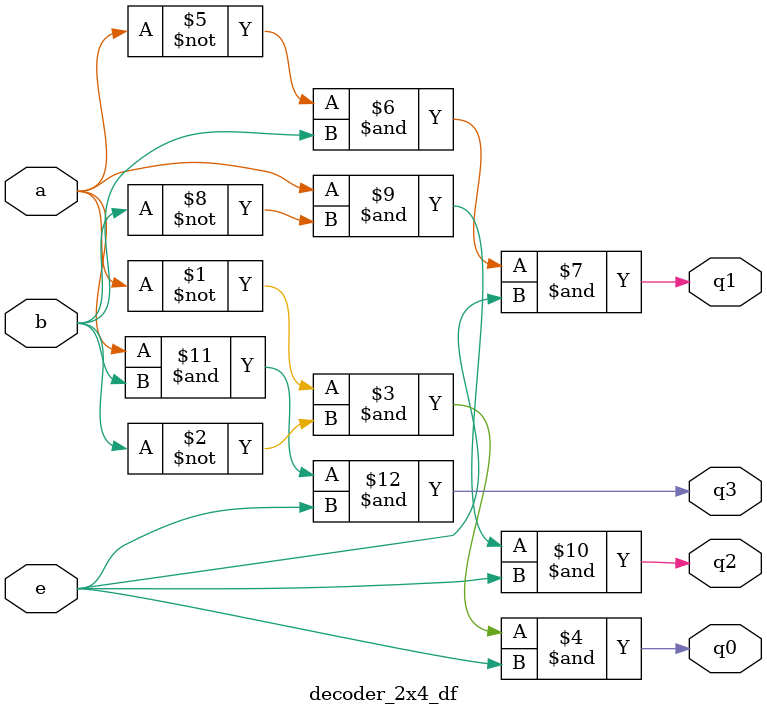
<source format=v>
`timescale 1ns / 1ps


module decoder_2x4_df(
    input a, b, e,
    output q0, q1, q2, q3
    );
    
    assign q0 = ~a & ~b & e;
    assign q1 = ~a & b & e;
    assign q2 = a & ~b & e;
    assign q3 = a & b & e;
endmodule

</source>
